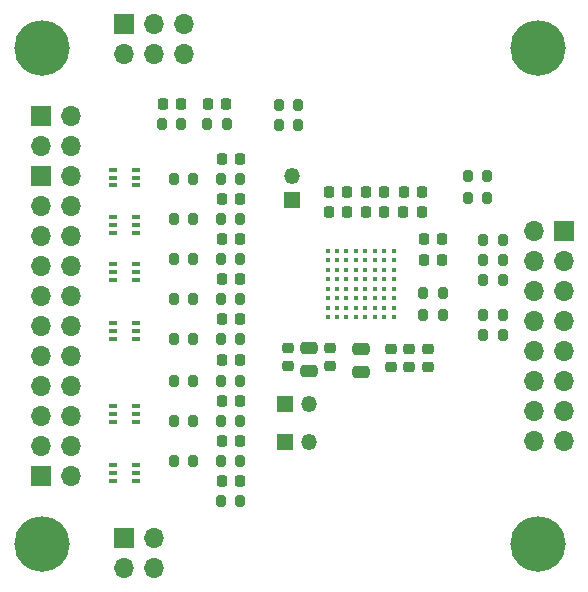
<source format=gbr>
%TF.GenerationSoftware,KiCad,Pcbnew,(7.0.0)*%
%TF.CreationDate,2023-04-27T19:26:51+01:00*%
%TF.ProjectId,OpenBCI_ESP32_ADS1298,4f70656e-4243-4495-9f45-535033325f41,rev?*%
%TF.SameCoordinates,Original*%
%TF.FileFunction,Soldermask,Top*%
%TF.FilePolarity,Negative*%
%FSLAX46Y46*%
G04 Gerber Fmt 4.6, Leading zero omitted, Abs format (unit mm)*
G04 Created by KiCad (PCBNEW (7.0.0)) date 2023-04-27 19:26:51*
%MOMM*%
%LPD*%
G01*
G04 APERTURE LIST*
G04 Aperture macros list*
%AMRoundRect*
0 Rectangle with rounded corners*
0 $1 Rounding radius*
0 $2 $3 $4 $5 $6 $7 $8 $9 X,Y pos of 4 corners*
0 Add a 4 corners polygon primitive as box body*
4,1,4,$2,$3,$4,$5,$6,$7,$8,$9,$2,$3,0*
0 Add four circle primitives for the rounded corners*
1,1,$1+$1,$2,$3*
1,1,$1+$1,$4,$5*
1,1,$1+$1,$6,$7*
1,1,$1+$1,$8,$9*
0 Add four rect primitives between the rounded corners*
20,1,$1+$1,$2,$3,$4,$5,0*
20,1,$1+$1,$4,$5,$6,$7,0*
20,1,$1+$1,$6,$7,$8,$9,0*
20,1,$1+$1,$8,$9,$2,$3,0*%
G04 Aperture macros list end*
%ADD10RoundRect,0.225000X-0.225000X-0.250000X0.225000X-0.250000X0.225000X0.250000X-0.225000X0.250000X0*%
%ADD11RoundRect,0.250000X-0.475000X0.250000X-0.475000X-0.250000X0.475000X-0.250000X0.475000X0.250000X0*%
%ADD12RoundRect,0.225000X-0.250000X0.225000X-0.250000X-0.225000X0.250000X-0.225000X0.250000X0.225000X0*%
%ADD13R,1.700000X1.700000*%
%ADD14O,1.700000X1.700000*%
%ADD15RoundRect,0.200000X0.200000X0.275000X-0.200000X0.275000X-0.200000X-0.275000X0.200000X-0.275000X0*%
%ADD16R,0.650000X0.400000*%
%ADD17C,0.402000*%
%ADD18RoundRect,0.225000X0.225000X0.250000X-0.225000X0.250000X-0.225000X-0.250000X0.225000X-0.250000X0*%
%ADD19RoundRect,0.200000X-0.200000X-0.275000X0.200000X-0.275000X0.200000X0.275000X-0.200000X0.275000X0*%
%ADD20C,3.100000*%
%ADD21C,4.700000*%
%ADD22R,1.350000X1.350000*%
%ADD23O,1.350000X1.350000*%
G04 APERTURE END LIST*
D10*
%TO.C,C1*%
X119225000Y-87300000D03*
X120775000Y-87300000D03*
%TD*%
%TO.C,C2*%
X119225000Y-83900000D03*
X120775000Y-83900000D03*
%TD*%
%TO.C,C3*%
X119225000Y-80400000D03*
X120775000Y-80400000D03*
%TD*%
%TO.C,C4*%
X119225000Y-77000000D03*
X120775000Y-77000000D03*
%TD*%
%TO.C,C5*%
X119225000Y-73600000D03*
X120775000Y-73600000D03*
%TD*%
%TO.C,C6*%
X119225000Y-70200000D03*
X120775000Y-70200000D03*
%TD*%
%TO.C,C7*%
X119225000Y-66800000D03*
X120775000Y-66800000D03*
%TD*%
%TO.C,C8*%
X119225000Y-63400000D03*
X120775000Y-63400000D03*
%TD*%
D11*
%TO.C,C17*%
X131030000Y-79540000D03*
X131030000Y-81440000D03*
%TD*%
D12*
%TO.C,C18*%
X136700000Y-79490000D03*
X136700000Y-81040000D03*
%TD*%
D10*
%TO.C,C19*%
X131465000Y-66190000D03*
X133015000Y-66190000D03*
%TD*%
%TO.C,C20*%
X131465000Y-67890000D03*
X133015000Y-67890000D03*
%TD*%
D12*
%TO.C,C21*%
X124830000Y-79400000D03*
X124830000Y-80950000D03*
%TD*%
D11*
%TO.C,C22*%
X126630000Y-79450000D03*
X126630000Y-81350000D03*
%TD*%
D12*
%TO.C,C23*%
X128430000Y-79420000D03*
X128430000Y-80970000D03*
%TD*%
D10*
%TO.C,C25*%
X136350000Y-71995000D03*
X137900000Y-71995000D03*
%TD*%
%TO.C,C26*%
X136355000Y-70195000D03*
X137905000Y-70195000D03*
%TD*%
%TO.C,C27*%
X134615000Y-67910000D03*
X136165000Y-67910000D03*
%TD*%
%TO.C,C28*%
X134635000Y-66200000D03*
X136185000Y-66200000D03*
%TD*%
D12*
%TO.C,C29*%
X133550000Y-79490000D03*
X133550000Y-81040000D03*
%TD*%
%TO.C,C30*%
X135130000Y-79490000D03*
X135130000Y-81040000D03*
%TD*%
D10*
%TO.C,C31*%
X128305000Y-67910000D03*
X129855000Y-67910000D03*
%TD*%
%TO.C,C32*%
X128295000Y-66180000D03*
X129845000Y-66180000D03*
%TD*%
D13*
%TO.C,J1*%
X103969999Y-59749999D03*
D14*
X106509999Y-59749999D03*
X103969999Y-62289999D03*
X106509999Y-62289999D03*
D13*
X103969999Y-64829999D03*
D14*
X106509999Y-64829999D03*
X103969999Y-67369999D03*
X106509999Y-67369999D03*
X103969999Y-69909999D03*
X106509999Y-69909999D03*
X103969999Y-72449999D03*
X106509999Y-72449999D03*
X103969999Y-74989999D03*
X106509999Y-74989999D03*
X103969999Y-77529999D03*
X106509999Y-77529999D03*
X103969999Y-80069999D03*
X106509999Y-80069999D03*
X103969999Y-82609999D03*
X106509999Y-82609999D03*
X103969999Y-85149999D03*
X106509999Y-85149999D03*
X103969999Y-87689999D03*
X106509999Y-87689999D03*
D13*
X103969999Y-90229999D03*
D14*
X106509999Y-90229999D03*
%TD*%
D15*
%TO.C,R1*%
X120825000Y-89000000D03*
X119175000Y-89000000D03*
%TD*%
%TO.C,R2*%
X120825000Y-85600000D03*
X119175000Y-85600000D03*
%TD*%
%TO.C,R3*%
X120825000Y-82200000D03*
X119175000Y-82200000D03*
%TD*%
%TO.C,R4*%
X120825000Y-78700000D03*
X119175000Y-78700000D03*
%TD*%
%TO.C,R5*%
X120825000Y-75300000D03*
X119175000Y-75300000D03*
%TD*%
%TO.C,R6*%
X120825000Y-71900000D03*
X119175000Y-71900000D03*
%TD*%
%TO.C,R7*%
X120825000Y-68500000D03*
X119175000Y-68500000D03*
%TD*%
%TO.C,R8*%
X120825000Y-65100000D03*
X119175000Y-65100000D03*
%TD*%
%TO.C,R9*%
X116825000Y-89000000D03*
X115175000Y-89000000D03*
%TD*%
%TO.C,R10*%
X116825000Y-85600000D03*
X115175000Y-85600000D03*
%TD*%
%TO.C,R11*%
X116825000Y-82200000D03*
X115175000Y-82200000D03*
%TD*%
%TO.C,R12*%
X116825000Y-78700000D03*
X115175000Y-78700000D03*
%TD*%
%TO.C,R13*%
X116825000Y-75300000D03*
X115175000Y-75300000D03*
%TD*%
%TO.C,R14*%
X116825000Y-71900000D03*
X115175000Y-71900000D03*
%TD*%
%TO.C,R15*%
X116825000Y-68500000D03*
X115175000Y-68500000D03*
%TD*%
%TO.C,R16*%
X116825000Y-65100000D03*
X115175000Y-65100000D03*
%TD*%
D16*
%TO.C,U1*%
X110049999Y-89349999D03*
X110049999Y-89999999D03*
X110049999Y-90649999D03*
X111949999Y-90649999D03*
X111949999Y-89999999D03*
X111949999Y-89349999D03*
%TD*%
%TO.C,U2*%
X110049999Y-84349999D03*
X110049999Y-84999999D03*
X110049999Y-85649999D03*
X111949999Y-85649999D03*
X111949999Y-84999999D03*
X111949999Y-84349999D03*
%TD*%
%TO.C,U3*%
X110049999Y-77349999D03*
X110049999Y-77999999D03*
X110049999Y-78649999D03*
X111949999Y-78649999D03*
X111949999Y-77999999D03*
X111949999Y-77349999D03*
%TD*%
%TO.C,U4*%
X110049999Y-72349999D03*
X110049999Y-72999999D03*
X110049999Y-73649999D03*
X111949999Y-73649999D03*
X111949999Y-72999999D03*
X111949999Y-72349999D03*
%TD*%
%TO.C,U5*%
X110049999Y-68349999D03*
X110049999Y-68999999D03*
X110049999Y-69649999D03*
X111949999Y-69649999D03*
X111949999Y-68999999D03*
X111949999Y-68349999D03*
%TD*%
%TO.C,U6*%
X110049999Y-64349999D03*
X110049999Y-64999999D03*
X110049999Y-65649999D03*
X111949999Y-65649999D03*
X111949999Y-64999999D03*
X111949999Y-64349999D03*
%TD*%
D17*
%TO.C,U7*%
X128200000Y-71200000D03*
X129000000Y-71200000D03*
X129800000Y-71200000D03*
X130600000Y-71200000D03*
X131400000Y-71200000D03*
X132200000Y-71200000D03*
X133000000Y-71200000D03*
X133800000Y-71200000D03*
X128200000Y-72000000D03*
X129000000Y-72000000D03*
X129800000Y-72000000D03*
X130600000Y-72000000D03*
X131400000Y-72000000D03*
X132200000Y-72000000D03*
X133000000Y-72000000D03*
X133800000Y-72000000D03*
X128200000Y-72800000D03*
X129000000Y-72800000D03*
X129800000Y-72800000D03*
X130600000Y-72800000D03*
X131400000Y-72800000D03*
X132200000Y-72800000D03*
X133000000Y-72800000D03*
X133800000Y-72800000D03*
X128200000Y-73600000D03*
X129000000Y-73600000D03*
X129800000Y-73600000D03*
X130600000Y-73600000D03*
X131400000Y-73600000D03*
X132200000Y-73600000D03*
X133000000Y-73600000D03*
X133800000Y-73600000D03*
X128200000Y-74400000D03*
X129000000Y-74400000D03*
X129800000Y-74400000D03*
X130600000Y-74400000D03*
X131400000Y-74400000D03*
X132200000Y-74400000D03*
X133000000Y-74400000D03*
X133800000Y-74400000D03*
X128200000Y-75200000D03*
X129000000Y-75200000D03*
X129800000Y-75200000D03*
X130600000Y-75200000D03*
X131400000Y-75200000D03*
X132200000Y-75200000D03*
X133000000Y-75200000D03*
X133800000Y-75200000D03*
X128200000Y-76000000D03*
X129000000Y-76000000D03*
X129800000Y-76000000D03*
X130600000Y-76000000D03*
X131400000Y-76000000D03*
X132200000Y-76000000D03*
X133000000Y-76000000D03*
X133800000Y-76000000D03*
X128200000Y-76800000D03*
X129000000Y-76800000D03*
X129800000Y-76800000D03*
X130600000Y-76800000D03*
X131400000Y-76800000D03*
X132200000Y-76800000D03*
X133000000Y-76800000D03*
X133800000Y-76800000D03*
%TD*%
D13*
%TO.C,J2*%
X148199999Y-69499999D03*
D14*
X145659999Y-69499999D03*
X148199999Y-72039999D03*
X145659999Y-72039999D03*
X148199999Y-74579999D03*
X145659999Y-74579999D03*
X148199999Y-77119999D03*
X145659999Y-77119999D03*
X148199999Y-79659999D03*
X145659999Y-79659999D03*
X148199999Y-82199999D03*
X145659999Y-82199999D03*
X148199999Y-84739999D03*
X145659999Y-84739999D03*
X148199999Y-87279999D03*
X145659999Y-87279999D03*
%TD*%
D15*
%TO.C,R18*%
X143035000Y-76640000D03*
X141385000Y-76640000D03*
%TD*%
%TO.C,R19*%
X143035000Y-78340000D03*
X141385000Y-78340000D03*
%TD*%
%TO.C,R20*%
X143025000Y-72000000D03*
X141375000Y-72000000D03*
%TD*%
%TO.C,R21*%
X143025000Y-73700000D03*
X141375000Y-73700000D03*
%TD*%
D18*
%TO.C,C33*%
X115775000Y-58775000D03*
X114225000Y-58775000D03*
%TD*%
%TO.C,C34*%
X120775000Y-90700000D03*
X119225000Y-90700000D03*
%TD*%
D15*
%TO.C,R22*%
X115825000Y-60475000D03*
X114175000Y-60475000D03*
%TD*%
%TO.C,R23*%
X120825000Y-92400000D03*
X119175000Y-92400000D03*
%TD*%
D19*
%TO.C,R24*%
X118000000Y-60500000D03*
X119650000Y-60500000D03*
%TD*%
D13*
%TO.C,J3*%
X110999999Y-51999999D03*
D14*
X110999999Y-54539999D03*
X113539999Y-51999999D03*
X113539999Y-54539999D03*
X116079999Y-51999999D03*
X116079999Y-54539999D03*
%TD*%
D13*
%TO.C,J4*%
X110999999Y-95499999D03*
D14*
X110999999Y-98039999D03*
X113539999Y-95499999D03*
X113539999Y-98039999D03*
%TD*%
D20*
%TO.C,H1*%
X104000000Y-54000000D03*
D21*
X104000000Y-54000000D03*
%TD*%
D20*
%TO.C,H2*%
X104000000Y-96000000D03*
D21*
X104000000Y-96000000D03*
%TD*%
D20*
%TO.C,H3*%
X146000000Y-54000000D03*
D21*
X146000000Y-54000000D03*
%TD*%
D20*
%TO.C,H4*%
X146000000Y-96000000D03*
D21*
X146000000Y-96000000D03*
%TD*%
D15*
%TO.C,R25*%
X143040000Y-70240000D03*
X141390000Y-70240000D03*
%TD*%
D22*
%TO.C,J5*%
X124599999Y-84199999D03*
D23*
X126599999Y-84199999D03*
%TD*%
D22*
%TO.C,J6*%
X124599999Y-87399999D03*
D23*
X126599999Y-87399999D03*
%TD*%
D22*
%TO.C,J7*%
X125199999Y-66899999D03*
D23*
X125199999Y-64899999D03*
%TD*%
D19*
%TO.C,R26*%
X136315000Y-76640000D03*
X137965000Y-76640000D03*
%TD*%
%TO.C,R17*%
X136315000Y-74800000D03*
X137965000Y-74800000D03*
%TD*%
D18*
%TO.C,C9*%
X119600000Y-58800000D03*
X118050000Y-58800000D03*
%TD*%
D19*
%TO.C,R29*%
X140050000Y-66700000D03*
X141700000Y-66700000D03*
%TD*%
D15*
%TO.C,R30*%
X125715000Y-58810000D03*
X124065000Y-58810000D03*
%TD*%
D19*
%TO.C,R28*%
X140050000Y-64900000D03*
X141700000Y-64900000D03*
%TD*%
D15*
%TO.C,R27*%
X125700000Y-60530000D03*
X124050000Y-60530000D03*
%TD*%
M02*

</source>
